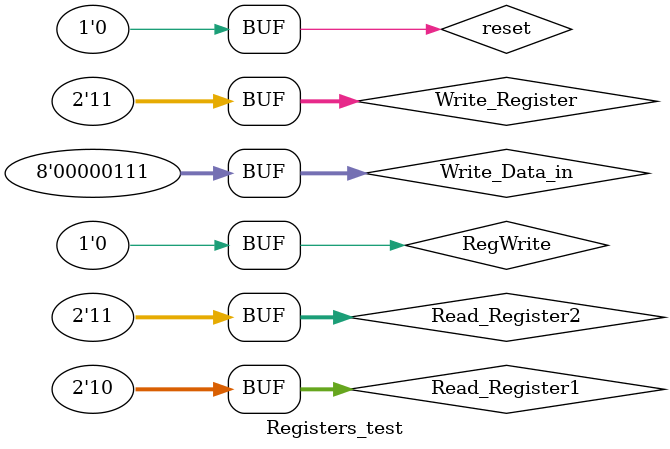
<source format=v>
`timescale 1ns / 1ps


module Registers_test;

	// Inputs
	//reg clk;
	reg [1:0] Read_Register1;
	reg [1:0] Read_Register2;
	reg [1:0] Write_Register;
	reg RegWrite;
	reg reset;
	reg [7:0] Write_Data_in;

	// Outputs
	wire [7:0] Read_Data1;
	wire [7:0] Read_Data2;
	wire [7:0] Write_Data_out;

	// Instantiate the Unit Under Test (UUT)
	Registers uut (
		//.clk(clk), 
		.Read_Register1(Read_Register1), 
		.Read_Register2(Read_Register2), 
		.Write_Register(Write_Register), 
		.RegWrite(RegWrite), 
		.reset(reset), 
		.Read_Data1(Read_Data1), 
		.Read_Data2(Read_Data2), 
		.Write_Data_in(Write_Data_in), 
		.Write_Data_out(Write_Data_out)
	);
	
	//always #10 clk = ~clk;
	initial begin
		// Initialize Inputs
		//clk = 0;
		Read_Register1 = 0;
		Read_Register2 = 0;
		Write_Register = 0;
		RegWrite = 0;
		reset = 0;
		Write_Data_in = 0;
		
		// Wait 100 ns for global reset to finish
		#40;
		
		RegWrite = 1;
		Write_Register = 2'b00;
		Write_Data_in = 4;
		#10;
		
		RegWrite = 0;
		#10;
		
		RegWrite = 1;
		Write_Register = 2'b01;
		Write_Data_in = 5;
		#10;
		RegWrite = 0;
		#10;
		
		RegWrite = 1;
		Write_Register = 2'b10;
		Write_Data_in = 6;
		#10;
		RegWrite = 0;
		#10;
		
		RegWrite = 1;
		Write_Register = 2'b11;
		Write_Data_in = 7;
		#10;
		RegWrite = 0;
		#10;
		
		Read_Register1 = 2'b00;
		Read_Register2 = 2'b01;
		#10;
		
		Read_Register1 = 2'b10;
		Read_Register2 = 2'b11;
		#10;
		
		#100;
		reset = 1;
		#7;
		reset = 0;
		Read_Register1 = 2'b00;
		Read_Register2 = 2'b01;
		#10;
		Read_Register1 = 2'b10;
		Read_Register2 = 2'b11;
      
		// Add stimulus here

	end
      
endmodule


</source>
